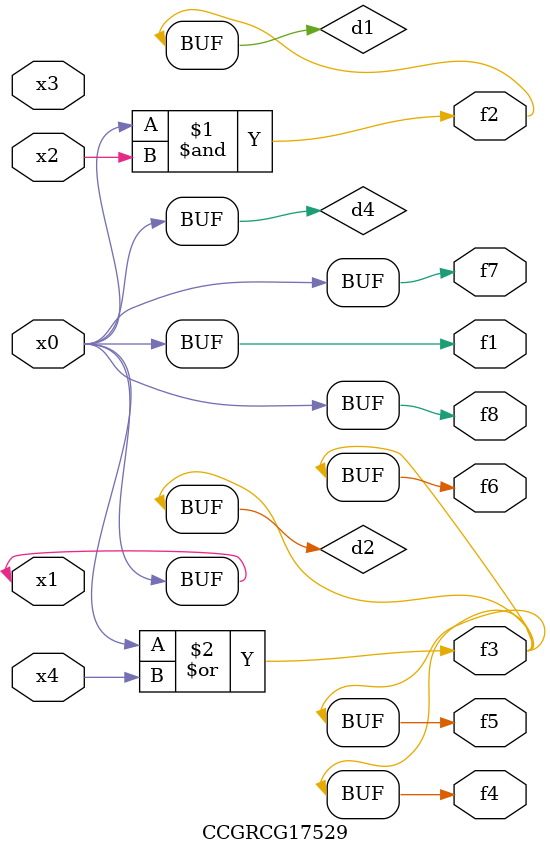
<source format=v>
module CCGRCG17529(
	input x0, x1, x2, x3, x4,
	output f1, f2, f3, f4, f5, f6, f7, f8
);

	wire d1, d2, d3, d4;

	and (d1, x0, x2);
	or (d2, x0, x4);
	nand (d3, x0, x2);
	buf (d4, x0, x1);
	assign f1 = d4;
	assign f2 = d1;
	assign f3 = d2;
	assign f4 = d2;
	assign f5 = d2;
	assign f6 = d2;
	assign f7 = d4;
	assign f8 = d4;
endmodule

</source>
